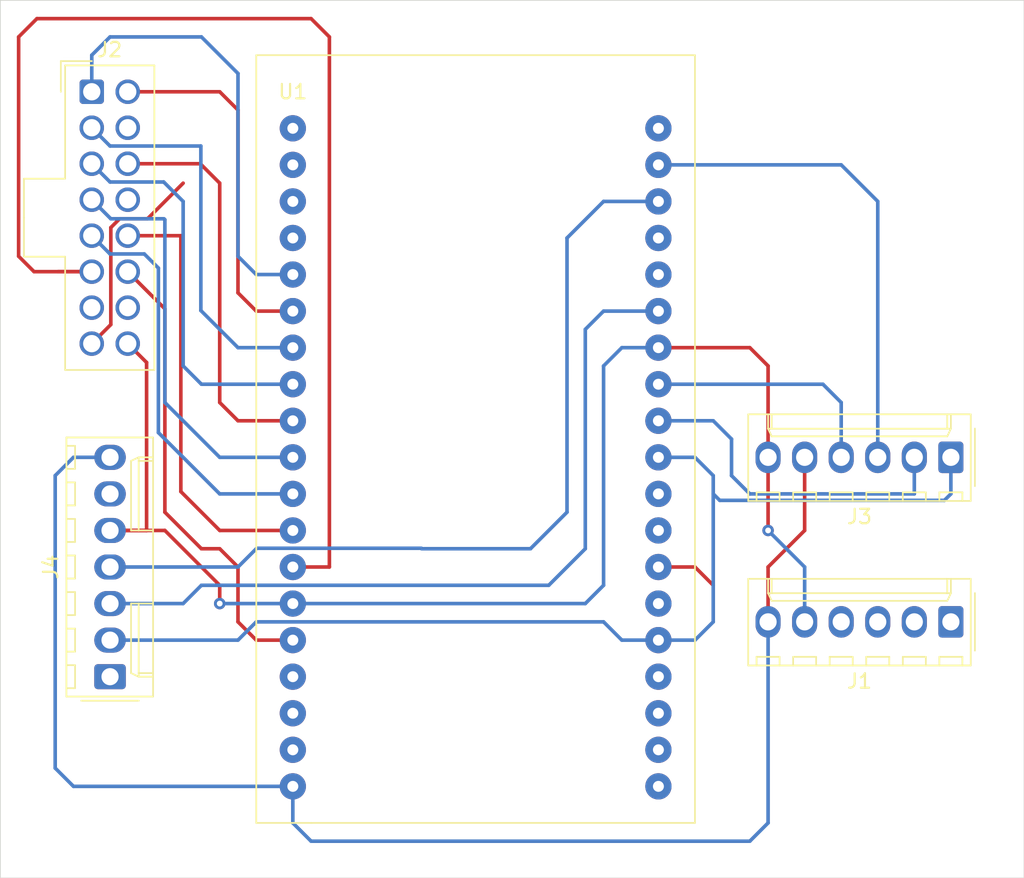
<source format=kicad_pcb>
(kicad_pcb (version 20201002) (generator pcbnew)

  (general
    (thickness 1.6)
  )

  (paper "A4")
  (layers
    (0 "F.Cu" signal)
    (31 "B.Cu" signal)
    (32 "B.Adhes" user "B.Adhesive")
    (33 "F.Adhes" user "F.Adhesive")
    (34 "B.Paste" user)
    (35 "F.Paste" user)
    (36 "B.SilkS" user "B.Silkscreen")
    (37 "F.SilkS" user "F.Silkscreen")
    (38 "B.Mask" user)
    (39 "F.Mask" user)
    (40 "Dwgs.User" user "User.Drawings")
    (41 "Cmts.User" user "User.Comments")
    (42 "Eco1.User" user "User.Eco1")
    (43 "Eco2.User" user "User.Eco2")
    (44 "Edge.Cuts" user)
    (45 "Margin" user)
    (46 "B.CrtYd" user "B.Courtyard")
    (47 "F.CrtYd" user "F.Courtyard")
    (48 "B.Fab" user)
    (49 "F.Fab" user)
  )

  (setup
    (pcbplotparams
      (layerselection 0x00010fc_ffffffff)
      (disableapertmacros false)
      (usegerberextensions false)
      (usegerberattributes true)
      (usegerberadvancedattributes true)
      (creategerberjobfile true)
      (svguseinch false)
      (svgprecision 6)
      (excludeedgelayer true)
      (plotframeref false)
      (viasonmask false)
      (mode 1)
      (useauxorigin false)
      (hpglpennumber 1)
      (hpglpenspeed 20)
      (hpglpendiameter 15.000000)
      (psnegative false)
      (psa4output false)
      (plotreference true)
      (plotvalue true)
      (plotinvisibletext false)
      (sketchpadsonfab false)
      (subtractmaskfromsilk false)
      (outputformat 1)
      (mirror false)
      (drillshape 1)
      (scaleselection 1)
      (outputdirectory "")
    )
  )


  (net 0 "")
  (net 1 "5V")
  (net 2 "GND")
  (net 3 "G1")
  (net 4 "G2")
  (net 5 "B")
  (net 6 "d")
  (net 7 "STB")
  (net 8 "OE")
  (net 9 "CLK")
  (net 10 "C")
  (net 11 "A")
  (net 12 "B2")
  (net 13 "R2")
  (net 14 "B1")
  (net 15 "R1")
  (net 16 "MISO")
  (net 17 "MOSI")
  (net 18 "SCK")
  (net 19 "CS")
  (net 20 "SCL")
  (net 21 "SDA")

  (module "Connector_Molex:Molex_KK-254_AE-6410-06A_1x06_P2.54mm_Vertical" (layer "F.Cu") (tedit 5EA53D3B) (tstamp 00000000-0000-0000-0000-00005fa5d55d)
    (at 218.44 132.08 180)
    (descr "Molex KK-254 Interconnect System, old/engineering part number: AE-6410-06A example for new part number: 22-27-2061, 6 Pins (http://www.molex.com/pdm_docs/sd/022272021_sd.pdf), generated with kicad-footprint-generator")
    (tags "connector Molex KK-254 vertical")
    (property "Sheet file" "E:/2020/FREELAUNCER/Fiverr/rgb display/RGB PANNEL/RGB PANNEL.sch")
    (property "Sheet name" "")
    (path "/00000000-0000-0000-0000-00005fa59346")
    (attr through_hole)
    (fp_text reference "J1" (at 6.35 -4.12) (layer "F.SilkS")
      (effects (font (size 1 1) (thickness 0.15)))
      (tstamp aca2acbf-0e83-424c-bec5-3310e74c975f)
    )
    (fp_text value "Conn_01x06" (at 6.35 4.08) (layer "F.Fab")
      (effects (font (size 1 1) (thickness 0.15)))
      (tstamp 894cfa8b-6680-4d45-ae3c-9b8d52f6e8e2)
    )
    (fp_text user "${REFERENCE}" (at 6.35 -2.22) (layer "F.Fab")
      (effects (font (size 1 1) (thickness 0.15)))
      (tstamp 2476bf6a-9cba-42d2-a80f-ebb4f408d80c)
    )
    (fp_line (start 13.5 -2.43) (end 13.5 -3.03) (layer "F.SilkS") (width 0.12) (tstamp 079d8bfe-33af-4669-926f-0669c0292b92))
    (fp_line (start 10.96 -2.43) (end 10.96 -3.03) (layer "F.SilkS") (width 0.12) (tstamp 0dc47481-6d59-4d58-bf4a-ba3fdbd8041f))
    (fp_line (start 0 1.99) (end 0.25 1.46) (layer "F.SilkS") (width 0.12) (tstamp 0f87c674-75ce-432e-99f8-f3e5944f08b4))
    (fp_line (start 0.8 -2.43) (end 0.8 -3.03) (layer "F.SilkS") (width 0.12) (tstamp 1781b1de-3c42-4374-8998-38637807faa6))
    (fp_line (start -1.38 -3.03) (end -1.38 2.99) (layer "F.SilkS") (width 0.12) (tstamp 23e9a0b7-6bc2-4989-af4b-fec8d3ad6459))
    (fp_line (start 9.36 -2.43) (end 10.96 -2.43) (layer "F.SilkS") (width 0.12) (tstamp 2d1b5e9c-2fa6-4d1d-a9a0-e3c3c099100b))
    (fp_line (start 1.74 -2.43) (end 3.34 -2.43) (layer "F.SilkS") (width 0.12) (tstamp 32a0b907-e366-41a4-b1a5-67c158562cc4))
    (fp_line (start 11.9 -3.03) (end 11.9 -2.43) (layer "F.SilkS") (width 0.12) (tstamp 32b16931-4fde-4a1b-b9a9-bc54be68a86a))
    (fp_line (start -0.8 -3.03) (end -0.8 -2.43) (layer "F.SilkS") (width 0.12) (tstamp 35362fa4-320e-4500-9e86-2fa78c6b1aea))
    (fp_line (start 0.25 1.46) (end 12.45 1.46) (layer "F.SilkS") (width 0.12) (tstamp 37b51283-cb5c-4e04-a10d-985d8ce31db8))
    (fp_line (start 0 2.99) (end 0 1.99) (layer "F.SilkS") (width 0.12) (tstamp 3b41462d-9083-4e34-8a7f-2a3958b2eb45))
    (fp_line (start 0 1.99) (end 12.7 1.99) (layer "F.SilkS") (width 0.12) (tstamp 408dd790-5203-4a55-ae2e-25ed93bc330f))
    (fp_line (start 4.28 -3.03) (end 4.28 -2.43) (layer "F.SilkS") (width 0.12) (tstamp 40dec2e5-056b-4539-a3fe-9bed7b2d7c15))
    (fp_line (start 12.45 1.46) (end 12.7 1.99) (layer "F.SilkS") (width 0.12) (tstamp 4c97a0c1-b30a-4063-ab0e-6128ea7635b3))
    (fp_line (start -1.67 -2) (end -1.67 2) (layer "F.SilkS") (width 0.12) (tstamp 52c04e70-1b12-4c85-a757-d2e515debe7b))
    (fp_line (start 1.74 -3.03) (end 1.74 -2.43) (layer "F.SilkS") (width 0.12) (tstamp 8340f0fa-08dd-4b50-93f0-1828af4e8a3c))
    (fp_line (start 6.82 -2.43) (end 8.42 -2.43) (layer "F.SilkS") (width 0.12) (tstamp 8b71aff0-d633-4680-8ab6-7e18a6a959cf))
    (fp_line (start -0.8 -2.43) (end 0.8 -2.43) (layer "F.SilkS") (width 0.12) (tstamp 8d3c4061-fa5c-43d3-b6a4-eee2c44404f4))
    (fp_line (start 4.28 -2.43) (end 5.88 -2.43) (layer "F.SilkS") (width 0.12) (tstamp b8219576-557a-46ef-a31d-a06a45a5c60e))
    (fp_line (start 6.82 -3.03) (end 6.82 -2.43) (layer "F.SilkS") (width 0.12) (tstamp bd802b32-0b30-4c89-9e0e-94233eef05ed))
    (fp_line (start 8.42 -2.43) (end 8.42 -3.03) (layer "F.SilkS") (width 0.12) (tstamp be4755a6-ae84-4bd7-ba37-1fd56a5fe5ce))
    (fp_line (start 12.45 2.99) (end 12.45 1.99) (layer "F.SilkS") (width 0.12) (tstamp be5ce882-e8d0-4f72-9fd6-e7a9824959eb))
    (fp_line (start 12.7 1.99) (end 12.7 2.99) (layer "F.SilkS") (width 0.12) (tstamp c7e410d1-1e18-49fd-9bb1-271d22832ce5))
    (fp_line (start -1.38 2.99) (end 14.08 2.99) (layer "F.SilkS") (width 0.12) (tstamp cd2cf2e7-3dca-4eb7-bbfc-6fb57926b3ff))
    (fp_line (start 3.34 -2.43) (end 3.34 -3.03) (layer "F.SilkS") (width 0.12) (tstamp d0fbc921-dbe3-47ab-bd44-23da637495f2))
    (fp_line (start 0.25 2.99) (end 0.25 1.99) (layer "F.SilkS") (width 0.12) (tstamp d2ec88c5-b39b-44a7-b752-e57af7e7d452))
    (fp_line (start 11.9 -2.43) (end 13.5 -2.43) (layer "F.SilkS") (width 0.12) (tstamp d4933e0a-4ce2-4167-80cb-1e2f5bc54bdf))
    (fp_line (start 9.36 -3.03) (end 9.36 -2.43) (layer "F.SilkS") (width 0.12) (tstamp e817a214-ae96-400b-8e95-455a0363e12c))
    (fp_line (start 14.08 2.99) (end 14.08 -3.03) (layer "F.SilkS") (width 0.12) (tstamp f6e1ae1b-05ce-467e-a9e2-8c14ce8361c4))
    (fp_line (start 5.88 -2.43) (end 5.88 -3.03) (layer "F.SilkS") (width 0.12) (tstamp f9f2896e-6c14-46cb-8795-07ca6fb7455b))
    (fp_line (start 14.08 -3.03) (end -1.38 -3.03) (layer "F.SilkS") (width 0.12) (tstamp fa656ffa-ff5b-4912-9297-da94f67cdd31))
    (fp_line (start -1.77 3.38) (end 14.47 3.38) (layer "F.CrtYd") (width 0.05) (tstamp 457c4a8c-bcfa-4556-88ae-800c2ee16e7d))
    (fp_line (start 14.47 -3.42) (end -1.77 -3.42) (layer "F.CrtYd") (width 0.05) (tstamp 6977d547-5acd-466f-8b8e-d60238b1cfae))
    (fp_line (start -1.77 -3.42) (end -1.77 3.38) (layer "F.CrtYd") (width 0.05) (tstamp aeb802ac-f07b-4534-9567-eb91068b1126))
    (fp_line (start 14.47 3.38) (end 14.47 -3.42) (layer "F.CrtYd") (width 0.05) (tstamp f41e2489-e4b9-4192-a94d-8a3d79b6f4c0))
    (fp_line (start -1.27 -0.5) (end -0.562893 0) (layer "F.Fab") (width 0.1) (tstamp 0636f47c-c270-45dd-88f7-bd086f91e47b))
    (fp_line (start 13.97 2.88) (end 13.97 -2.92) (layer "F.Fab") (width 0.1) (tstamp 70fcbb85-233b-42bf-95df-e76096e7bdd4))
    (fp_line (start 13.97 -2.92) (end -1.27 -2.92) (layer "F.Fab") (width 0.1) (tstamp 77ca43f5-c185-4cd5-bda8-316c102ad120))
    (fp_line (start -0.562893 0) (end -1.27 0.5) (layer "F.Fab") (width 0.1) (tstamp d14ced73-a3ac-4eb6-b8f1-5a6d97e3a35e))
    (fp_line (start -1.27 -2.92) (end -1.27 2.88) (layer "F.Fab") (width 0.1) (tstamp d34c65d0-c9a0-4a72-8a51-63f102350379))
    (fp_line (start -1.27 2.88) (end 13.97 2.88) (layer "F.Fab") (width 0.1) (tstamp f4c02486-d5e7-425b-9605-8abca5834cb4))
    (pad "1" thru_hole roundrect (at 0 0 180) (size 1.74 2.19) (drill 1.19) (layers *.Cu *.Mask) (roundrect_rratio 0.143678)
      (pinfunction "Pin_1") (tstamp 27617e30-6ef2-4bc4-80f7-6433fdd0df92))
    (pad "2" thru_hole oval (at 2.54 0 180) (size 1.74 2.19) (drill 1.19) (layers *.Cu *.Mask)
      (pinfunction "Pin_2") (tstamp 3c079bff-f0c5-4050-8234-eb3c5fd8bc14))
    (pad "3" thru_hole oval (at 5.08 0 180) (size 1.74 2.19) (drill 1.19) (layers *.Cu *.Mask)
      (pinfunction "Pin_3") (tstamp b3f45bd7-86cc-4fe0-bcf9-de42c69273ed))
    (pad "4" thru_hole oval (at 7.62 0 180) (size 1.74 2.19) (drill 1.19) (layers *.Cu *.Mask)
      (pinfunction "Pin_4") (tstamp 872e3b74-1902-452b-a8b9-f8780f56d833))
    (pad "5" thru_hole oval (at 10.16 0 180) (size 1.74 2.19) (drill 1.19) (layers *.Cu *.Mask)
      (net 2 "GND") (pinfunction "Pin_5") (tstamp 09f231aa-ed2f-496c-bda7-79f376ed2fed))
    (pad "6" thru_hole oval (at 12.7 0 180) (size 1.74 2.19) (drill 1.19) (layers *.Cu *.Mask)
      (net 1 "5V") (pinfunction "Pin_6") (tstamp 7a1e46a3-e7b4-40e2-bd1c-663dfc22755c))
    (model "${KISYS3DMOD}/Connector_Molex.3dshapes/Molex_KK-254_AE-6410-06A_1x06_P2.54mm_Vertical.wrl"
      (offset (xyz 0 0 0))
      (scale (xyz 1 1 1))
      (rotate (xyz 0 0 0))
    )
  )

  (module "Connector_Molex:Molex_Nano-Fit_105310-xx16_2x08_P2.50mm_Vertical" (layer "F.Cu") (tedit 5FA579FA) (tstamp 00000000-0000-0000-0000-00005fa5d599)
    (at 158.75 95.25)
    (descr "Molex Nano-Fit Power Connectors, 105310-xx16, 8 Pins per row (http://www.molex.com/pdm_docs/sd/1053101208_sd.pdf), generated with kicad-footprint-generator")
    (tags "connector Molex Nano-Fit side entry")
    (property "Sheet file" "E:/2020/FREELAUNCER/Fiverr/rgb display/RGB PANNEL/RGB PANNEL.sch")
    (property "Sheet name" "")
    (path "/00000000-0000-0000-0000-00005fa3aa0f")
    (attr through_hole)
    (fp_text reference "J2" (at 1.25 -2.92) (layer "F.SilkS")
      (effects (font (size 1 1) (thickness 0.15)))
      (tstamp f352a4a7-c6ea-4532-8b52-28b599d4259f)
    )
    (fp_text value "DISPLAY MODULE" (at 1.25 20.42) (layer "F.Fab")
      (effects (font (size 1 1) (thickness 0.15)))
      (tstamp 47daa9cb-3325-493b-8a17-f3b359b2cc6a)
    )
    (fp_text user "${REFERENCE}" (at 3.54 8.75 90) (layer "F.Fab")
      (effects (font (size 1 1) (thickness 0.15)))
      (tstamp 39c37fa5-afd9-4842-87b1-c08b273a1140)
    )
    (fp_line (start 4.35 8.75) (end 4.35 -1.83) (layer "F.SilkS") (width 0.12) (tstamp 0270e5c7-6a10-4cfe-848b-56d218164aad))
    (fp_line (start -1.85 -1.83) (end -1.85 6.04) (layer "F.SilkS") (width 0.12) (tstamp 0bc7b47a-8477-4363-b1c8-394dd7866bfc))
    (fp_line (start 4.35 -1.83) (end -1.85 -1.83) (layer "F.SilkS") (width 0.12) (tstamp 187e81c7-a2e0-4edf-a1bc-2dd3b3f12a6e))
    (fp_line (start -1.85 19.33) (end -1.85 11.46) (layer "F.SilkS") (width 0.12) (tstamp 31db1677-2df0-4ef7-9f96-ddabd40ee34b))
    (fp_line (start 4.35 19.33) (end -1.85 19.33) (layer "F.SilkS") (width 0.12) (tstamp 33a2ca87-10e7-4d56-b210-b5e338d1f650))
    (fp_line (start -4.71 6.04) (end -4.71 8.75) (layer "F.SilkS") (width 0.12) (tstamp 33b76c17-6bad-442c-85bf-8710167db1b8))
    (fp_line (start -1.85 11.46) (end -4.71 11.46) (layer "F.SilkS") (width 0.12) (tstamp 354468ff-01e8-49e0-a753-c1c201f3291d))
    (fp_line (start -4.71 11.46) (end -4.71 8.75) (layer "F.SilkS") (width 0.12) (tstamp 50295963-9570-46ff-bd45-77e81d1d2813))
    (fp_line (start -1.85 6.04) (end -4.71 6.04) (layer "F.SilkS") (width 0.12) (tstamp 6d70c109-ee71-435d-9069-c5e355d64e56))
    (fp_line (start -2.15 -2.13) (end -2.15 0) (layer "F.SilkS") (width 0.12) (tstamp 7f99906c-7adc-4e66-9ee2-cc926289d004))
    (fp_line (start 4.35 8.75) (end 4.35 19.33) (layer "F.SilkS") (width 0.12) (tstamp 9e4b8b14-3223-444a-a64b-67bfae7a474f))
    (fp_line (start 0 -2.13) (end -2.15 -2.13) (layer "F.SilkS") (width 0.12) (tstamp cd5ba25b-dbd6-4d04-aae3-fd3be660121f))
    (fp_line (start 4.74 8.75) (end 4.74 -2.22) (layer "F.CrtYd") (width 0.05) (tstamp 07530585-dd46-4999-88cf-f25dc39d33d7))
    (fp_line (start -2.24 11.85) (end -5.1 11.85) (layer "F.CrtYd") (width 0.05) (tstamp 22ea922f-5637-424e-a59b-f83d3a0a756a))
    (fp_line (start -5.1 11.85) (end -5.1 8.75) (layer "F.CrtYd") (width 0.05) (tstamp 3ed08054-0ed6-44d7-bb50-9bb0927cdfa8))
    (fp_line (start -2.24 5.65) (end -5.1 5.65) (layer "F.CrtYd") (width 0.05) (tstamp 6ab4d569-6152-4719-944d-16da38e1cf02))
    (fp_line (start 4.74 -2.22) (end -2.24 -2.22) (layer "F.CrtYd") (width 0.05) (tstamp 748c756c-4c0c-4826-8a86-317ecef2fa80))
    (fp_line (start 4.74 19.72) (end -2.24 19.72) (layer "F.CrtYd") (width 0.05) (tstamp 817f6cd5-5663-4e9b-b21b-98b1eb632fd2))
    (fp_line (start 4.74 8.75) (end 4.74 19.72) (layer "F.CrtYd") (width 0.05) (tstamp 97f0ccba-eec6-4b00-a086-3892bb5610d4))
    (fp_line (start -2.24 -2.22) (end -2.24 5.65) (layer "F.CrtYd") (width 0.05) (tstamp b126f02e-36e2-427a-ae6a-fbfa23e3a398))
    (fp_line (start -2.24 19.72) (end -2.24 11.85) (layer "F.CrtYd") (width 0.05) (tstamp db77f520-9309-42df-94de-dad6c935171a))
    (fp_line (start -5.1 5.65) (end -5.1 8.75) (layer "F.CrtYd") (width 0.05) (tstamp ff346766-2015-4a3c-b3b4-15b91fed2cd0))
    (fp_line (start -1.74 6.15) (end -4.6 6.15) (layer "F.Fab") (width 0.1) (tstamp 073171c8-ea13-4eaa-b79a-4809b7331df3))
    (fp_line (start -4.1 10.85) (end -2.02 10.85) (layer "F.Fab") (width 0.1) (tstamp 35a162fe-f0a2-4ca9-a5ec-9a54144dae26))
    (fp_line (start -0.5 -1.72) (end 0 -1.012893) (layer "F.Fab") (width 0.1) (tstamp 4d139b2f-302d-4f3f-86a9-5b672b418a0a))
    (fp_line (start -1.74 11.35) (end -4.6 11.35) (layer "F.Fab") (width 0.1) (tstamp 5629927f-3926-46cc-8ca2-69224a6953ff))
    (fp_line (start 0 -1.012893) (end 0.5 -1.72) (layer "F.Fab") (width 0.1) (tstamp 5c3be864-9163-4f59-a35a-48beea05ff37))
    (fp_line (start -2.02 10.85) (end -2.02 6.65) (layer "F.Fab") (width 0.1) (tstamp 6f961139-5918-43a7-a510-759c3cb0286f))
    (fp_line (start -4.6 11.35) (end -4.6 8.75) (layer "F.Fab") (width 0.1) (tstamp 6fd3a833-b084-44d1-99fa-70691217660a))
    (fp_line (start -2.02 6.65) (end -4.1 6.65) (layer "F.Fab") (width 0.1) (tstamp b38fe294-a62f-479b-bc66-35aa3067b945))
    (fp_line (start 4.24 19.22) (end -1.74 19.22) (layer "F.Fab") (width 0.1) (tstamp d36257cb-e87e-4d6c-bd67-eeb9b4265d26))
    (fp_line (start -1.74 -1.72) (end -1.74 6.15) (layer "F.Fab") (width 0.1) (tstamp dd51e4c1-f8bc-488d-a370-adc119a66d41))
    (fp_line (start 4.24 8.75) (end 4.24 19.22) (layer "F.Fab") (width 0.1) (tstamp e43d3fe9-58d2-4ca4-a5ff-f670ab38f9c1))
    (fp_line (start 4.24 8.75) (end 4.24 -1.72) (layer "F.Fab") (width 0.1) (tstamp e5d9c7a7-fe63-436f-91d6-bfd56416a504))
    (fp_line (start 4.24 -1.72) (end -1.74 -1.72) (layer "F.Fab") (width 0.1) (tstamp ebf5f6bf-5ad1-490d-9d8f-0a77b010c8f9))
    (fp_line (start -1.74 19.22) (end -1.74 11.35) (layer "F.Fab") (width 0.1) (tstamp ec88c763-3ad2-4944-ad25-54ea60bd4fa7))
    (fp_line (start -4.6 6.15) (end -4.6 8.75) (layer "F.Fab") (width 0.1) (tstamp f2708427-6fe9-496f-9cdf-8b8dea0d137f))
    (fp_line (start -4.1 6.65) (end -4.1 10.85) (layer "F.Fab") (width 0.1) (tstamp fe4bad2c-cd41-402f-8ba9-1cd127098d90))
    (pad "" np_thru_hole circle (at -1.34 8.75) (size 1.3 1.3) (drill 1.3) (layers *.Cu *.Mask) (tstamp ee105654-6fe7-483d-9fee-9610c2697ddf))
    (pad "1" thru_hole roundrect (at 0 0) (size 1.7 1.7) (drill 1.2) (layers *.Cu *.Mask) (roundrect_rratio 0.147059)
      (net 15 "R1") (pinfunction "Pin_1") (tstamp 22515d15-ecaf-4505-a80b-27e89510dbd6))
    (pad "2" thru_hole circle (at 0 2.5) (size 1.7 1.7) (drill 1.2) (layers *.Cu *.Mask)
      (net 14 "B1") (pinfunction "Pin_2") (tstamp 55f5cd30-26c7-4f8e-b731-53b5bc6972f7))
    (pad "3" thru_hole circle (at 0 5) (size 1.7 1.7) (drill 1.2) (layers *.Cu *.Mask)
      (net 13 "R2") (pinfunction "Pin_3") (tstamp 649f3cc4-c2a0-4d82-b679-24e5aa1dc0b0))
    (pad "4" thru_hole circle (at 0 7.5) (size 1.7 1.7) (drill 1.2) (layers *.Cu *.Mask)
      (net 12 "B2") (pinfunction "Pin_4") (tstamp 40f590ac-a4ed-4b5e-a311-f4a6b8d18800))
    (pad "5" thru_hole circle (at 0 10) (size 1.7 1.7) (drill 1.2) (layers *.Cu *.Mask)
      (net 11 "A") (pinfunction "Pin_5") (tstamp 771dd9c0-41d4-4982-b0a2-e9a71b31e468))
    (pad "6" thru_hole circle (at 0 12.5) (size 1.7 1.7) (drill 1.2) (layers *.Cu *.Mask)
      (net 10 "C") (pinfunction "Pin_6") (tstamp 979289a8-0618-488a-9deb-b773dd5d87e9))
    (pad "7" thru_hole circle (at 0 15) (size 1.7 1.7) (drill 1.2) (layers *.Cu *.Mask)
      (net 9 "CLK") (pinfunction "Pin_7") (tstamp e3924404-a6b1-4470-aade-9265680961e9))
    (pad "8" thru_hole circle (at 0 17.5) (size 1.7 1.7) (drill 1.2) (layers *.Cu *.Mask)
      (net 8 "OE") (pinfunction "Pin_8") (tstamp eb6b1a02-a2c1-4131-a8f9-3ccf9b8d84a6))
    (pad "9" thru_hole circle (at 2.5 17.5) (size 1.7 1.7) (drill 1.2) (layers *.Cu *.Mask)
      (net 2 "GND") (pinfunction "Pin_9") (tstamp db08df9c-fa43-48bc-9c66-cefa98061026))
    (pad "10" thru_hole circle (at 2.5 15) (size 1.7 1.7) (drill 1.2) (layers *.Cu *.Mask)
      (net 7 "STB") (pinfunction "Pin_10") (tstamp 407a9185-0398-4a07-9582-249073e52f4d))
    (pad "11" thru_hole circle (at 2.5 12.5) (size 1.7 1.7) (drill 1.2) (layers *.Cu *.Mask)
      (net 6 "d") (pinfunction "Pin_11") (tstamp 73e7eb8e-3287-4a4d-8b59-83bf5f1619eb))
    (pad "12" thru_hole circle (at 2.5 10) (size 1.7 1.7) (drill 1.2) (layers *.Cu *.Mask)
      (net 5 "B") (pinfunction "Pin_12") (tstamp 479a26ef-d1bf-4c78-b6d3-5d5132834615))
    (pad "13" thru_hole circle (at 2.5 7.5) (size 1.7 1.7) (drill 1.2) (layers *.Cu *.Mask)
      (net 2 "GND") (pinfunction "Pin_13") (tstamp a4b6b0af-38d6-4b87-b836-ce7345d51f7f))
    (pad "14" thru_hole circle (at 2.5 5) (size 1.7 1.7) (drill 1.2) (layers *.Cu *.Mask)
      (net 4 "G2") (pinfunction "Pin_14") (tstamp 20796e5c-e480-4dff-b331-be4751b9f60a))
    (pad "15" thru_hole circle (at 2.5 2.5) (size 1.7 1.7) (drill 1.2) (layers *.Cu *.Mask)
      (net 2 "GND") (pinfunction "Pin_15") (tstamp 6505fcf0-03bd-4d15-aeb9-20143ca92597))
    (pad "16" thru_hole circle (at 2.5 0) (size 1.7 1.7) (drill 1.2) (layers *.Cu *.Mask)
      (net 3 "G1") (pinfunction "Pin_16") (tstamp 7299e1e7-def0-4316-b69c-7a9099b42736))
    (model "${KISYS3DMOD}/Connector_Molex.3dshapes/Molex_Nano-Fit_105310-xx16_2x08_P2.50mm_Vertical.wrl"
      (offset (xyz 0 0 0))
      (scale (xyz 1 1 1))
      (rotate (xyz 0 0 0))
    )
  )

  (module "Connector_Molex:Molex_KK-254_AE-6410-06A_1x06_P2.54mm_Vertical" (layer "F.Cu") (tedit 5EA53D3B) (tstamp 00000000-0000-0000-0000-00005fa5d5cd)
    (at 218.44 120.65 180)
    (descr "Molex KK-254 Interconnect System, old/engineering part number: AE-6410-06A example for new part number: 22-27-2061, 6 Pins (http://www.molex.com/pdm_docs/sd/022272021_sd.pdf), generated with kicad-footprint-generator")
    (tags "connector Molex KK-254 vertical")
    (property "Sheet file" "E:/2020/FREELAUNCER/Fiverr/rgb display/RGB PANNEL/RGB PANNEL.sch")
    (property "Sheet name" "")
    (path "/00000000-0000-0000-0000-00005fa39c25")
    (attr through_hole)
    (fp_text reference "J3" (at 6.35 -4.12) (layer "F.SilkS")
      (effects (font (size 1 1) (thickness 0.15)))
      (tstamp ce67a1c8-733e-4f16-8bec-2738aee8e891)
    )
    (fp_text value "SD CARD MODULE" (at 6.35 4.08) (layer "F.Fab")
      (effects (font (size 1 1) (thickness 0.15)))
      (tstamp 4f619485-7b7b-4f8d-adc9-937ec4930bae)
    )
    (fp_text user "${REFERENCE}" (at 6.35 -2.22) (layer "F.Fab")
      (effects (font (size 1 1) (thickness 0.15)))
      (tstamp d712793d-909b-42c5-827a-d2255d29ac1c)
    )
    (fp_line (start 5.88 -2.43) (end 5.88 -3.03) (layer "F.SilkS") (width 0.12) (tstamp 08175f32-a68d-4f39-830e-891f62424301))
    (fp_line (start 11.9 -3.03) (end 11.9 -2.43) (layer "F.SilkS") (width 0.12) (tstamp 1a82a47b-9a2b-4635-8f3a-fad47965d78b))
    (fp_line (start 4.28 -3.03) (end 4.28 -2.43) (layer "F.SilkS") (width 0.12) (tstamp 282467cc-43bf-411d-90a6-19da08b115a5))
    (fp_line (start 6.82 -2.43) (end 8.42 -2.43) (layer "F.SilkS") (width 0.12) (tstamp 2a940962-e70c-4f63-b573-b80d6f137781))
    (fp_line (start 6.82 -3.03) (end 6.82 -2.43) (layer "F.SilkS") (width 0.12) (tstamp 2cacf2ab-8396-4abf-9c33-11e64be6e2bf))
    (fp_line (start 0 1.99) (end 12.7 1.99) (layer "F.SilkS") (width 0.12) (tstamp 315c900e-fa31-448f-bd7d-35205fd46e7d))
    (fp_line (start 14.08 2.99) (end 14.08 -3.03) (layer "F.SilkS") (width 0.12) (tstamp 3543c83e-90f5-47f7-a1b4-28ee5909b930))
    (fp_line (start 12.7 1.99) (end 12.7 2.99) (layer "F.SilkS") (width 0.12) (tstamp 439e604f-62cc-4d5b-8a5d-a62b77186ed8))
    (fp_line (start -1.38 -3.03) (end -1.38 2.99) (layer "F.SilkS") (width 0.12) (tstamp 4e738982-8ae5-46e2-ac2b-7594d9d43935))
    (fp_line (start 13.5 -2.43) (end 13.5 -3.03) (layer "F.SilkS") (width 0.12) (tstamp 512b4784-5c76-411a-845e-2d3e6a544391))
    (fp_line (start -1.38 2.99) (end 14.08 2.99) (layer "F.SilkS") (width 0.12) (tstamp 553244c0-168e-4c9e-8750-8e88754e04d9))
    (fp_line (start 0 2.99) (end 0 1.99) (layer "F.SilkS") (width 0.12) (tstamp 5f4494cc-1ed5-4fa9-80ec-a0e0462c6e78))
    (fp_line (start 1.74 -2.43) (end 3.34 -2.43) (layer "F.SilkS") (width 0.12) (tstamp 6226015f-97b2-4129-9738-1906281cbe8d))
    (fp_line (start 10.96 -2.43) (end 10.96 -3.03) (layer "F.SilkS") (width 0.12) (tstamp 6a3609f7-8247-4ba7-bfff-6914b163ad86))
    (fp_line (start 12.45 1.46) (end 12.7 1.99) (layer "F.SilkS") (width 0.12) (tstamp 7170b6d6-df67-462f-9352-9a62c06078bf))
    (fp_line (start 0.25 2.99) (end 0.25 1.99) (layer "F.SilkS") (width 0.12) (tstamp 739825a0-7284-4ec1-a054-d53465b75a15))
    (fp_line (start 0.8 -2.43) (end 0.8 -3.03) (layer "F.SilkS") (width 0.12) (tstamp 7485c0a8-6338-420d-85e6-0733cd88b514))
    (fp_line (start 4.28 -2.43) (end 5.88 -2.43) (layer "F.SilkS") (width 0.12) (tstamp 82cbbd4d-6717-4f4f-b816-77e61f4fe524))
    (fp_line (start 11.9 -2.43) (end 13.5 -2.43) (layer "F.SilkS") (width 0.12) (tstamp 8924e377-7108-47d8-8d0a-ad6d3d3329cf))
    (fp_line (start -0.8 -3.03) (end -0.8 -2.43) (layer "F.SilkS") (width 0.12) (tstamp 96412db9-d9ab-4c64-a086-2fc3b0435bb7))
    (fp_line (start -1.67 -2) (end -1.67 2) (layer "F.SilkS") (width 0.12) (tstamp ab8d6673-f35e-48c9-8f8e-213b6da1eddd))
    (fp_line (start 0 1.99) (end 0.25 1.46) (layer "F.SilkS") (width 0.12) (tstamp af8ea0ee-e401-4206-9366-cf6d9d14f80c))
    (fp_line (start 3.34 -2.43) (end 3.34 -3.03) (layer "F.SilkS") (width 0.12) (tstamp b2e5239b-08c8-480b-9cb2-3c3aae0e9d0e))
    (fp_line (start 0.25 1.46) (end 12.45 1.46) (layer "F.SilkS") (width 0.12) (tstamp c0da67b6-73d0-4d41-8544-1504fdb59589))
    (fp_line (start 12.45 2.99) (end 12.45 1.99) (layer "F.SilkS") (width 0.12) (tstamp c549cfb5-e56f-4334-b0a2-590b939175a2))
    (fp_line (start 9.36 -3.03) (end 9.36 -2.43) (layer "F.SilkS") (width 0.12) (tstamp c55c52ac-c51e-464a-8021-b798fe765158))
    (fp_line (start -0.8 -2.43) (end 0.8 -2.43) (layer "F.SilkS") (width 0.12) (tstamp ccc7d490-98f1-45b2-993d-64bcb9089329))
    (fp_line (start 1.74 -3.03) (end 1.74 -2.43) (layer "F.SilkS") (width 0.12) (tstamp d556933d-07bb-4d92-8923-bdf5c25ac3a0))
    (fp_line (start 8.42 -2.43) (end 8.42 -3.03) (layer "F.SilkS") (width 0.12) (tstamp e7a96bef-fe00-4b57-bb65-901bdf50a63f))
    (fp_line (start 9.36 -2.43) (end 10.96 -2.43) (layer "F.SilkS") (width 0.12) (tstamp f1c40e84-3299-4ada-beab-ef9c5d915a8f))
    (fp_line (start 14.08 -3.03) (end -1.38 -3.03) (layer "F.SilkS") (width 0.12) (tstamp f512a489-3dc4-461e-a0be-1d0f0ca27a69))
    (fp_line (start 14.47 3.38) (end 14.47 -3.42) (layer "F.CrtYd") (width 0.05) (tstamp 90291436-5ba7-4008-a237-894bbcb5dd6f))
    (fp_line (start -1.77 3.38) (end 14.47 3.38) (layer "F.CrtYd") (width 0.05) (tstamp b2787931-e975-4571-878e-a4cc96f8e643))
    (fp_line (start 14.47 -3.42) (end -1.77 -3.42) (layer "F.CrtYd") (width 0.05) (tstamp c7091598-0cc3-4c46-9ed7-9087bc206cba))
    (fp_line (start -1.77 -3.42) (end -1.77 3.38) (layer "F.CrtYd") (width 0.05) (tstamp d1293822-bb33-4971-9b11-8266e13a662f))
    (fp_line (start 13.97 2.88) (end 13.97 -2.92) (layer "F.Fab") (width 0.1) (tstamp 0b073c8b-5619-4cf2-bced-32e37a3b02e9))
    (fp_line (start -1.27 -0.5) (end -0.562893 0) (layer "F.Fab") (width 0.1) (tstamp 31d47605-e6a0-4d7e-a0cc-7d21dadea072))
    (fp_line (start -1.27 2.88) (end 13.97 2.88) (layer "F.Fab") (width 0.1) (tstamp 4ad3293c-90eb-4c72-93f1-91dceb2691df))
    (fp_line (start -1.27 -2.92) (end -1.27 2.88) (layer "F.Fab") (width 0.1) (tstamp c39698ab-efc2-49da-b1e8-0515a87294a7))
    (fp_line (start -0.562893 0) (end -1.27 0.5) (layer "F.Fab") (width 0.1) (tstamp c66cc6b6-67c8-446d-9360-351b2634efe8))
    (fp_line (start 13.97 -2.92) (end -1.27 -2.92) (layer "F.Fab") (width 0.1) (tstamp ce8c0ecc-d42b-4ffe-8d66-39e640082385))
    (pad "1" thru_hole roundrect (at 0 0 180) (size 1.74 2.19) (drill 1.19) (layers *.Cu *.Mask) (roundrect_rratio 0.143678)
      (net 19 "CS") (pinfunction "Pin_1") (tstamp 709e27b1-83c5-4c74-998c-b35d0b53f1cd))
    (pad "2" thru_hole oval (at 2.54 0 180) (size 1.74 2.19) (drill 1.19) (layers *.Cu *.Mask)
      (net 18 "SCK") (pinfunction "Pin_2") (tstamp 5bd265df-ff07-4059-94b7-a2b4d3ef8ed1))
    (pad "3" thru_hole oval (at 5.08 0 180) (size 1.74 2.19) (drill 1.19) (layers *.Cu *.Mask)
      (net 17 "MOSI") (pinfunction "Pin_3") (tstamp 8463a840-86ba-4b4d-b4ce-26081e1007ae))
    (pad "4" thru_hole oval (at 7.62 0 180) (size 1.74 2.19) (drill 1.19) (layers *.Cu *.Mask)
      (net 16 "MISO") (pinfunction "Pin_4") (tstamp 77bbc972-bb19-46ec-8676-f014a86fbba5))
    (pad "5" thru_hole oval (at 10.16 0 180) (size 1.74 2.19) (drill 1.19) (layers *.Cu *.Mask)
      (net 1 "5V") (pinfunction "Pin_5") (tstamp 0643feca-9c60-46d5-8778-b6a756cf60e5))
    (pad "6" thru_hole oval (at 12.7 0 180) (size 1.74 2.19) (drill 1.19) (layers *.Cu *.Mask)
      (net 2 "GND") (pinfunction "Pin_6") (tstamp 6fd76cdb-bcb9-40ec-a550-e42b98997cb2))
    (model "${KISYS3DMOD}/Connector_Molex.3dshapes/Molex_KK-254_AE-6410-06A_1x06_P2.54mm_Vertical.wrl"
      (offset (xyz 0 0 0))
      (scale (xyz 1 1 1))
      (rotate (xyz 0 0 0))
    )
  )

  (module "Connector_Molex:Molex_KK-254_AE-6410-07A_1x07_P2.54mm_Vertical" (layer "F.Cu") (tedit 5EA53D3B) (tstamp 00000000-0000-0000-0000-00005fa5d60b)
    (at 160.02 135.89 90)
    (descr "Molex KK-254 Interconnect System, old/engineering part number: AE-6410-07A example for new part number: 22-27-2071, 7 Pins (http://www.molex.com/pdm_docs/sd/022272021_sd.pdf), generated with kicad-footprint-generator")
    (tags "connector Molex KK-254 vertical")
    (property "Sheet file" "E:/2020/FREELAUNCER/Fiverr/rgb display/RGB PANNEL/RGB PANNEL.sch")
    (property "Sheet name" "")
    (path "/00000000-0000-0000-0000-00005fa52f9f")
    (attr through_hole)
    (fp_text reference "J4" (at 7.62 -4.12 90) (layer "F.SilkS")
      (effects (font (size 1 1) (thickness 0.15)))
      (tstamp da7adf9a-4330-4019-b081-d8395a24d1cd)
    )
    (fp_text value "LSM6DS3" (at 7.62 4.08 90) (layer "F.Fab")
      (effects (font (size 1 1) (thickness 0.15)))
      (tstamp 07d89e6c-cc02-4686-b786-dd6151bd482a)
    )
    (fp_text user "${REFERENCE}" (at 7.62 -2.22 90) (layer "F.Fab")
      (effects (font (size 1 1) (thickness 0.15)))
      (tstamp 3f3a34da-dd27-47ec-b861-892a10f0f874)
    )
    (fp_line (start 6.82 -2.43) (end 8.42 -2.43) (layer "F.SilkS") (width 0.12) (tstamp 012e6e7a-b318-451d-9a33-1179fa84fd8f))
    (fp_line (start 3.34 -2.43) (end 3.34 -3.03) (layer "F.SilkS") (width 0.12) (tstamp 056466b3-0b45-432c-9700-981bd09b6b02))
    (fp_line (start 5.08 1.46) (end 5.08 1.99) (layer "F.SilkS") (width 0.12) (tstamp 07642550-d61b-47b4-8170-f2d3db95c8b8))
    (fp_line (start 15.24 2.99) (end 15.24 1.99) (layer "F.SilkS") (width 0.12) (tstamp 0fcbdeb5-30cc-4ac5-9114-e043b3a94e8b))
    (fp_line (start 14.44 -2.43) (end 16.04 -2.43) (layer "F.SilkS") (width 0.12) (tstamp 1c23a3be-1c4b-41cb-abd8-bf912b82c90e))
    (fp_line (start 14.99 2.99) (end 14.99 1.99) (layer "F.SilkS") (width 0.12) (tstamp 2978ab69-58bd-4187-b462-228b986cc96b))
    (fp_line (start 8.42 -2.43) (end 8.42 -3.03) (layer "F.SilkS") (width 0.12) (tstamp 2e2987b2-4a93-45d9-ae15-b68f6cdbc58f))
    (fp_line (start 0 1.99) (end 5.08 1.99) (layer "F.SilkS") (width 0.12) (tstamp 31894205-0894-4dbc-9969-9d630ceb69fb))
    (fp_line (start 11.9 -2.43) (end 13.5 -2.43) (layer "F.SilkS") (width 0.12) (tstamp 3d312fe4-3dcc-4e7e-b739-0c146136d4da))
    (fp_line (start 10.16 1.46) (end 10.16 1.99) (layer "F.SilkS") (width 0.12) (tstamp 4038f744-0d29-4868-ab26-aeea041bcca6))
    (fp_line (start 1.74 -2.43) (end 3.34 -2.43) (layer "F.SilkS") (width 0.12) (tstamp 5ca8f64c-991c-4c10-926c-e64f987a0e26))
    (fp_line (start 10.96 -2.43) (end 10.96 -3.03) (layer "F.SilkS") (width 0.12) (tstamp 5ce48362-86ce-4bbb-aae7-4b9340b8a63c))
    (fp_line (start 9.36 -2.43) (end 10.96 -2.43) (layer "F.SilkS") (width 0.12) (tstamp 625488c4-0af6-411f-807d-6810860e2e0c))
    (fp_line (start 0 2.99) (end 0 1.99) (layer "F.SilkS") (width 0.12) (tstamp 69a8da45-aaaf-48ec-b8f1-3135d0518bf1))
    (fp_line (start 9.36 -3.03) (end 9.36 -2.43) (layer "F.SilkS") (width 0.12) (tstamp 6c711770-6a82-4bd2-93f9-f1cfc8158aad))
    (fp_line (start 0 1.99) (end 0.25 1.46) (layer "F.SilkS") (width 0.12) (tstamp 78535dd0-3f24-4a07-bbfc-d44295ffe888))
    (fp_line (start -1.38 -3.03) (end -1.38 2.99) (layer "F.SilkS") (width 0.12) (tstamp 7c15f7a3-a97e-4d6c-95d8-f7a396e0dfe1))
    (fp_line (start 0.25 2.99) (end 0.25 1.99) (layer "F.SilkS") (width 0.12) (tstamp 8ba9b1ea-49ce-4499-a31c-4f3f995c1aff))
    (fp_line (start 5.88 -2.43) (end 5.88 -3.03) (layer "F.SilkS") (width 0.12) (tstamp 934a8747-15eb-47f3-be7c-63f9f8c4e13b))
    (fp_line (start 0.8 -2.43) (end 0.8 -3.03) (layer "F.SilkS") (width 0.12) (tstamp 9e98acff-edbb-4d53-8f85-afc8d6817be0))
    (fp_line (start 16.62 -3.03) (end -1.38 -3.03) (layer "F.SilkS") (width 0.12) (tstamp a8d249e9-9671-42af-8d4b-4024e41d8580))
    (fp_line (start 10.16 1.99) (end 10.16 2.99) (layer "F.SilkS") (width 0.12) (tstamp b1fd254e-f04c-4c20-a94f-55c1b06e82bd))
    (fp_line (start 6.82 -3.03) (end 6.82 -2.43) (layer "F.SilkS") (width 0.12) (tstamp b3a32adc-68f9-4e3c-b4dc-5fb0e1dca504))
    (fp_line (start 4.28 -3.03) (end 4.28 -2.43) (layer "F.SilkS") (width 0.12) (tstamp b70ea44a-c2c4-4d20-8d00-d7b5b0276e21))
    (fp_line (start -1.67 -2) (end -1.67 2) (layer "F.SilkS") (width 0.12) (tstamp b99790d6-fb18-44e9-a4c7-8b07a84a813f))
    (fp_line (start 4.28 -2.43) (end 5.88 -2.43) (layer "F.SilkS") (width 0.12) (tstamp c0e74192-87b5-4123-853b-d25f742f2081))
    (fp_line (start -0.8 -2.43) (end 0.8 -2.43) (layer "F.SilkS") (width 0.12) (tstamp c5a0c427-ee15-4c87-9149-01747bf3c86c))
    (fp_line (start 14.44 -3.03) (end 14.44 -2.43) (layer "F.SilkS") (width 0.12) (tstamp cb20b17b-1bb2-4e23-baf3-abbf9615553c))
    (fp_line (start 16.62 2.99) (end 16.62 -3.03) (layer "F.SilkS") (width 0.12) (tstamp d08fb663-cc61-44fa-bfd8-25fcf11ace80))
    (fp_line (start 13.5 -2.43) (end 13.5 -3.03) (layer "F.SilkS") (width 0.12) (tstamp de765ad6-773e-4bd3-b949-b3b2b9f5c32d))
    (fp_line (start 16.04 -2.43) (end 16.04 -3.03) (layer "F.SilkS") (width 0.12) (tstamp e29e5415-5cce-4a76-ab04-ace2ea964387))
    (fp_line (start 14.99 1.46) (end 10.16 1.46) (layer "F.SilkS") (width 0.12) (tstamp e314b207-215b-4d02-bd67-b0fbcd5d2be2))
    (fp_line (start 0.25 1.46) (end 5.08 1.46) (layer "F.SilkS") (width 0.12) (tstamp e81598f1-890b-496e-928b-8f88c26cc8e0))
    (fp_line (start 5.08 1.99) (end 5.08 2.99) (layer "F.SilkS") (width 0.12) (tstamp ee71b523-85eb-4892-bbf6-1613b5f5978d))
    (fp_line (start 11.9 -3.03) (end 11.9 -2.43) (layer "F.SilkS") (width 0.12) (tstamp f0872a62-7a60-405b-9735-8ca5dfe504c5))
    (fp_line (start 15.24 1.99) (end 10.16 1.99) (layer "F.SilkS") (width 0.12) (tstamp f5fa7b81-d125-43b9-a852-7bacc265b715))
    (fp_line (start 15.24 1.99) (end 14.99 1.46) (layer "F.SilkS") (width 0.12) (tstamp f7ecd297-29ec-47c0-a0a4-5d6fcea3ad01))
    (fp_line (start 1.74 -3.03) (end 1.74 -2.43) (layer "F.SilkS") (width 0.12) (tstamp f9942069-5ba6-4784-be9b-35c2e94b5c50))
    (fp_line (start -1.38 2.99) (end 16.62 2.99) (layer "F.SilkS") (width 0.12) (tstamp fb6c5113-456f-4e57-81d5-f84ac35b15a9))
    (fp_line (start -0.8 -3.03) (end -0.8 -2.43) (layer "F.SilkS") (width 0.12) (tstamp fcc11da7-a251-44dd-a4de-058be2e5e0f1))
    (fp_line (start 17.01 -3.42) (end -1.77 -3.42) (layer "F.CrtYd") (width 0.05) (tstamp 46bb255b-66bc-4728-abda-5970be7d3ead))
    (fp_line (start -1.77 3.38) (end 17.01 3.38) (layer "F.CrtYd") (width 0.05) (tstamp 61976047-7fcf-4f50-8653-1e379e727f11))
    (fp_line (start 17.01 3.38) (end 17.01 -3.42) (layer "F.CrtYd") (width 0.05) (tstamp 675755d7-a4ea-469d-86b6-b3a4d8398b62))
    (fp_line (start -1.77 -3.42) (end -1.77 3.38) (layer "F.CrtYd") (width 0.05) (tstamp 9a4c3c7b-973b-4349-8caf-0cc2327a5d98))
    (fp_line (start -1.27 -2.92) (end -1.27 2.88) (layer "F.Fab") (width 0.1) (tstamp 262bd451-4dad-4f7e-95a0-1227e492f710))
    (fp_line (start 16.51 -2.92) (end -1.27 -2.92) (layer "F.Fab") (width 0.1) (tstamp 2b61472f-81b9-4cb4-bf7f-dc65d47422ba))
    (fp_line (start -1.27 2.88) (end 16.51 2.88) (layer "F.Fab") (width 0.1) (tstamp 34cb175a-6829-4f66-80c1-11ed12220b10))
    (fp_line (start -1.27 -0.5) (end -0.562893 0) (layer "F.Fab") (width 0.1) (tstamp 550bde5b-1d15-41e2-aab3-bf044b89bcf4))
    (fp_line (start 16.51 2.88) (end 16.51 -2.92) (layer "F.Fab") (width 0.1) (tstamp 64486911-bf6b-4d18-83f0-3391578d5943))
    (fp_line (start -0.562893 0) (end -1.27 0.5) (layer "F.Fab") (width 0.1) (tstamp bc74ad29-94c6-4ff7-b694-7c34a59e381c))
    (pad "1" thru_hole roundrect (at 0 0 90) (size 1.74 2.19) (drill 1.19) (layers *.Cu *.Mask) (roundrect_rratio 0.143678)
      (pinfunction "Pin_1") (tstamp 89faf22d-f74e-40dd-9910-bc926e29c45a))
    (pad "2" thru_hole oval (at 2.54 0 90) (size 1.74 2.19) (drill 1.19) (layers *.Cu *.Mask)
      (net 19 "CS") (pinfunction "Pin_2") (tstamp 13dececb-6cc1-48d8-b73f-47ae7a6bf2e2))
    (pad "3" thru_hole oval (at 5.08 0 90) (size 1.74 2.19) (drill 1.19) (layers *.Cu *.Mask)
      (net 21 "SDA") (pinfunction "Pin_3") (tstamp c4055856-ef6e-475e-a439-d82a951cc38f))
    (pad "4" thru_hole oval (at 7.62 0 90) (size 1.74 2.19) (drill 1.19) (layers *.Cu *.Mask)
      (net 20 "SCL") (pinfunction "Pin_4") (tstamp ae46cdb9-37a6-4629-be2a-e210900bc329))
    (pad "5" thru_hole oval (at 10.16 0 90) (size 1.74 2.19) (drill 1.19) (layers *.Cu *.Mask)
      (net 2 "GND") (pinfunction "Pin_5") (tstamp 1d85b42d-ff0b-43d5-910e-345a6cdf85a0))
    (pad "6" thru_hole oval (at 12.7 0 90) (size 1.74 2.19) (drill 1.19) (layers *.Cu *.Mask)
      (pinfunction "Pin_6") (tstamp 3dacc8c7-817e-4398-9fd1-bd6ba870bcf5))
    (pad "7" thru_hole oval (at 15.24 0 90) (size 1.74 2.19) (drill 1.19) (layers *.Cu *.Mask)
      (net 1 "5V") (pinfunction "Pin_7") (tstamp e5a0cddd-522b-455f-bcff-2fdf6cc8afad))
    (model "${KISYS3DMOD}/Connector_Molex.3dshapes/Molex_KK-254_AE-6410-07A_1x07_P2.54mm_Vertical.wrl"
      (offset (xyz 0 0 0))
      (scale (xyz 1 1 1))
      (rotate (xyz 0 0 0))
    )
  )

  (module "RGB:ESP" (layer "F.Cu") (tedit 5FA59A04) (tstamp 00000000-0000-0000-0000-00005fa5fb55)
    (at 172.72 97.79)
    (property "Sheet file" "E:/2020/FREELAUNCER/Fiverr/rgb display/RGB PANNEL/RGB PANNEL.sch")
    (property "Sheet name" "")
    (path "/00000000-0000-0000-0000-00005fa48cac")
    (attr through_hole)
    (fp_text reference "U1" (at 0 -2.54) (layer "F.SilkS")
      (effects (font (size 1 1) (thickness 0.15)))
      (tstamp 48a55937-c1ed-4821-9608-afb1794bb26a)
    )
    (fp_text value "ESP32S" (at 0 -3.81) (layer "F.Fab")
      (effects (font (size 1 1) (thickness 0.15)))
      (tstamp bb188410-9b71-4515-958e-845a2096b2a5)
    )
    (fp_line (start 27.94 48.26) (end 27.94 -5.08) (layer "F.SilkS") (width 0.12) (tstamp 0c34c4ec-5ca2-4abe-a417-dfc0a97151ec))
    (fp_line (start 27.94 -5.08) (end -2.54 -5.08) (layer "F.SilkS") (width 0.12) (tstamp 2890ebeb-d22f-4697-a12e-57db2c0343d6))
    (fp_line (start 1.27 48.26) (end 27.94 48.26) (layer "F.SilkS") (width 0.12) (tstamp 3f0f723b-821a-4500-b7f0-db866e8d6c62))
    (fp_line (start -2.54 48.26) (end 1.27 48.26) (layer "F.SilkS") (width 0.12) (tstamp 5ff73767-7d19-4559-9cce-6c30c28ad3a3))
    (fp_line (start -2.54 -5.08) (end -2.54 48.26) (layer "F.SilkS") (width 0.12) (tstamp 70332b6a-d3a1-425a-99fa-153224b9f162))
    (pad "1" thru_hole circle (at 0 0) (size 1.824 1.824) (drill 0.762) (layers *.Cu *.Mask)
      (pinfunction "3V3") (tstamp 86efc521-d73b-49bc-85d4-750aa3aa651a))
    (pad "2" thru_hole circle (at 0 2.54) (size 1.824 1.824) (drill 0.762) (layers *.Cu *.Mask)
      (pinfunction "EN") (tstamp 4c52db4e-88ed-4d91-863f-64553d3cc6d4))
    (pad "3" thru_hole circle (at 0 5.08) (size 1.824 1.824) (drill 0.762) (layers *.Cu *.Mask)
      (pinfunction "SP") (tstamp 400fbb25-4105-40a7-b6a8-5d363b80ce60))
    (pad "4" thru_hole circle (at 0 7.62) (size 1.824 1.824) (drill 0.762) (layers *.Cu *.Mask)
      (pinfunction "SN") (tstamp c9c37132-872e-4248-8f91-326f9ef0645e))
    (pad "5" thru_hole circle (at 0 10.16) (size 1.824 1.824) (drill 0.762) (layers *.Cu *.Mask)
      (net 15 "R1") (pinfunction "D34") (tstamp 86b9c32b-be79-40b8-b794-f95769db54da))
    (pad "6" thru_hole circle (at 0 12.7) (size 1.824 1.824) (drill 0.762) (layers *.Cu *.Mask)
      (net 3 "G1") (pinfunction "D35") (tstamp 52f65580-8fa2-482e-8085-009bc3c057fd))
    (pad "7" thru_hole circle (at 0 15.24) (size 1.824 1.824) (drill 0.762) (layers *.Cu *.Mask)
      (net 14 "B1") (pinfunction "D32") (tstamp 0d137a8e-259d-459e-a40c-fc177868bb58))
    (pad "8" thru_hole circle (at 0 17.78) (size 1.824 1.824) (drill 0.762) (layers *.Cu *.Mask)
      (net 13 "R2") (pinfunction "D33") (tstamp d3acc35b-740a-4848-b019-f82893b42c1b))
    (pad "9" thru_hole circle (at 0 20.32) (size 1.824 1.824) (drill 0.762) (layers *.Cu *.Mask)
      (net 4 "G2") (pinfunction "D25") (tstamp 88171919-b444-470e-a471-88f7efeccb03))
    (pad "10" thru_hole circle (at 0 22.86) (size 1.824 1.824) (drill 0.762) (layers *.Cu *.Mask)
      (net 12 "B2") (pinfunction "D26") (tstamp eeb1cdc8-f754-4a66-bade-c7987419832b))
    (pad "11" thru_hole circle (at 0 25.4) (size 1.824 1.824) (drill 0.762) (layers *.Cu *.Mask)
      (net 11 "A") (pinfunction "D27") (tstamp 8c514081-04a8-4736-9249-6391edda0ea1))
    (pad "12" thru_hole circle (at 0 27.94) (size 1.824 1.824) (drill 0.762) (layers *.Cu *.Mask)
      (net 5 "B") (pinfunction "D14") (tstamp 979ee58b-1f25-498a-86cf-44f3fa98f7c4))
    (pad "13" thru_hole circle (at 0 30.48) (size 1.824 1.824) (drill 0.762) (layers *.Cu *.Mask)
      (net 10 "C") (pinfunction "D12") (tstamp ea38cc6b-578d-456e-a505-06c974619f0b))
    (pad "14" thru_hole circle (at 0 33.02) (size 1.824 1.824) (drill 0.762) (layers *.Cu *.Mask)
      (net 2 "GND") (pinfunction "GND") (tstamp aadc1d00-2a9b-4f97-9dec-28a86cc2b39f))
    (pad "15" thru_hole circle (at 0 35.56) (size 1.824 1.824) (drill 0.762) (layers *.Cu *.Mask)
      (net 6 "d") (pinfunction "D13") (tstamp 1f56f4b0-0495-4632-a846-71c548d0f95f))
    (pad "16" thru_hole circle (at 0 38.1) (size 1.824 1.824) (drill 0.762) (layers *.Cu *.Mask)
      (pinfunction "SD2") (tstamp acc1ce84-6f3a-417d-99bf-29960c9640c4))
    (pad "17" thru_hole circle (at 0 40.64) (size 1.824 1.824) (drill 0.762) (layers *.Cu *.Mask)
      (pinfunction "SD3") (tstamp b1134df5-1eb6-4c30-81ab-e80d08b62e35))
    (pad "18" thru_hole circle (at 0 43.18) (size 1.824 1.824) (drill 0.762) (layers *.Cu *.Mask)
      (pinfunction "CMD") (tstamp 36f2b430-3205-476d-87e6-9071a8697267))
    (pad "19" thru_hole circle (at 0 45.72) (size 1.824 1.824) (drill 0.762) (layers *.Cu *.Mask)
      (net 1 "5V") (pinfunction "V5") (tstamp 8de226e1-7695-4876-9a3a-bf00412a34b4))
    (pad "20" thru_hole circle (at 25.4 45.72) (size 1.824 1.824) (drill 0.762) (layers *.Cu *.Mask)
      (pinfunction "CLK") (tstamp 73323acc-d233-41b5-a73e-3636bae0025b))
    (pad "21" thru_hole circle (at 25.4 43.18) (size 1.824 1.824) (drill 0.762) (layers *.Cu *.Mask)
      (pinfunction "SD0") (tstamp 5aa498e6-bea3-40a9-a0e9-65165e59d8d0))
    (pad "22" thru_hole circle (at 25.4 40.64) (size 1.824 1.824) (drill 0.762) (layers *.Cu *.Mask)
      (pinfunction "SD1") (tstamp f2f541cf-4a19-4ff3-80c7-0695061c768f))
    (pad "23" thru_hole circle (at 25.4 38.1) (size 1.824 1.824) (drill 0.762) (layers *.Cu *.Mask)
      (pinfunction "D15") (tstamp 33adffb8-7c8e-4cfa-bd47-f8ae58c11a78))
    (pad "24" thru_hole circle (at 25.4 35.56) (size 1.824 1.824) (drill 0.762) (layers *.Cu *.Mask)
      (net 19 "CS") (pinfunction "D2") (tstamp 5ba146d5-964e-41e1-8940-a9e01fe70419))
    (pad "25" thru_hole circle (at 25.4 33.02) (size 1.824 1.824) (drill 0.762) (layers *.Cu *.Mask)
      (pinfunction "D0") (tstamp 578293ab-326f-451b-90ad-5fac08ceca3e))
    (pad "26" thru_hole circle (at 25.4 30.48) (size 1.824 1.824) (drill 0.762) (layers *.Cu *.Mask)
      (net 8 "OE") (pinfunction "D4") (tstamp 2ff0ed6e-85ba-4dc7-882f-4238dd24de20))
    (pad "27" thru_hole circle (at 25.4 27.94) (size 1.824 1.824) (drill 0.762) (layers *.Cu *.Mask)
      (net 7 "STB") (pinfunction "D16") (tstamp 488f435d-6ed1-47f0-913b-8dda4e34028d))
    (pad "28" thru_hole circle (at 25.4 25.4) (size 1.824 1.824) (drill 0.762) (layers *.Cu *.Mask)
      (net 9 "CLK") (pinfunction "D17") (tstamp f5b3a081-ed53-4513-b204-89c8011277fd))
    (pad "29" thru_hole circle (at 25.4 22.86) (size 1.824 1.824) (drill 0.762) (layers *.Cu *.Mask)
      (net 19 "CS") (pinfunction "D5") (tstamp 1035dd75-8fcc-4531-aefd-6ee41d4e7959))
    (pad "30" thru_hole circle (at 25.4 20.32) (size 1.824 1.824) (drill 0.762) (layers *.Cu *.Mask)
      (net 18 "SCK") (pinfunction "D18") (tstamp 6bdee798-bd11-44d4-a5aa-0e5657dbff51))
    (pad "31" thru_hole circle (at 25.4 17.78) (size 1.824 1.824) (drill 0.762) (layers *.Cu *.Mask)
      (net 16 "MISO") (pinfunction "D19") (tstamp 81deb20b-a7ae-4080-801b-724be761d7a7))
    (pad "32" thru_hole circle (at 25.4 15.24) (size 1.824 1.824) (drill 0.762) (layers *.Cu *.Mask)
      (net 2 "GND") (pinfunction "GND") (tstamp a531a114-243d-46b8-8a07-8a35b94e604c))
    (pad "33" thru_hole circle (at 25.4 12.7) (size 1.824 1.824) (drill 0.762) (layers *.Cu *.Mask)
      (net 21 "SDA") (pinfunction "D21") (tstamp 28fcbbf7-d745-42ee-8c67-31dddf25e302))
    (pad "34" thru_hole circle (at 25.4 10.16) (size 1.824 1.824) (drill 0.762) (layers *.Cu *.Mask)
      (pinfunction "RXD") (tstamp f2e25b51-da25-40a4-9b0e-0f3526df39ec))
    (pad "35" thru_hole circle (at 25.4 7.62) (size 1.824 1.824) (drill 0.762) (layers *.Cu *.Mask)
      (pinfunction "TXD") (tstamp 8b312659-61e5-4e4d-8fda-dd5ada060a2e))
    (pad "36" thru_hole circle (at 25.4 5.08) (size 1.824 1.824) (drill 0.762) (layers *.Cu *.Mask)
      (net 20 "SCL") (pinfunction "D22") (tstamp 8a0555fb-dccf-4000-9bfd-d8ef7bf4b6a7))
    (pad "37" thru_hole circle (at 25.4 2.54) (size 1.824 1.824) (drill 0.762) (layers *.Cu *.Mask)
      (net 17 "MOSI") (pinfunction "D23") (tstamp 89f7b014-e67e-4003-bdb3-cf889f1f88a0))
    (pad "38" thru_hole circle (at 25.4 0) (size 1.824 1.824) (drill 0.762) (layers *.Cu *.Mask)
      (net 2 "GND") (pinfunction "GND") (tstamp 5794c1d1-65e1-40b0-b4c2-ee55f9c688e1))
  )

  (gr_line (start 152.4 149.86) (end 152.4 88.9) (layer "Edge.Cuts") (width 0.05) (tstamp 00000000-0000-0000-0000-00005fa60532))
  (gr_line (start 223.52 149.86) (end 152.4 149.86) (layer "Edge.Cuts") (width 0.05) (tstamp 0ba3fbc5-93bb-4fe6-8dfa-2fe6de3f2f22))
  (gr_line (start 152.4 88.9) (end 223.52 88.9) (layer "Edge.Cuts") (width 0.05) (tstamp 75246d29-7e1a-4f96-a653-f7185db62908))
  (gr_line (start 223.52 88.9) (end 223.52 149.86) (layer "Edge.Cuts") (width 0.05) (tstamp c76c81ad-d1bd-48b8-944e-1c69e86aefae))

  (segment (start 208.28 125.73) (end 205.74 128.27) (width 0.25) (layer "F.Cu") (net 1) (tstamp 06b524eb-3caa-4312-ab4a-5244a10a101e))
  (segment (start 208.28 120.65) (end 208.28 125.73) (width 0.25) (layer "F.Cu") (net 1) (tstamp 53ef0056-fe2d-4ad9-a22d-5d7cace78198))
  (segment (start 205.74 128.27) (end 205.74 132.08) (width 0.25) (layer "F.Cu") (net 1) (tstamp ccf2794a-fbb0-4247-a484-423de5820544))
  (segment (start 172.72 143.51) (end 157.48 143.51) (width 0.25) (layer "B.Cu") (net 1) (tstamp 10be7504-7dbe-4095-8bc3-225bcd0d325f))
  (segment (start 173.99 147.32) (end 172.72 146.05) (width 0.25) (layer "B.Cu") (net 1) (tstamp 27abbfa6-2e41-4d74-9e9c-5b85d4f70d38))
  (segment (start 156.21 121.92) (end 157.48 120.65) (width 0.25) (layer "B.Cu") (net 1) (tstamp 30bee0b8-aadb-4507-8b05-abacd97693e3))
  (segment (start 205.74 146.05) (end 204.47 147.32) (width 0.25) (layer "B.Cu") (net 1) (tstamp 4091c0d9-b10a-436b-bc02-7b022e6c1f83))
  (segment (start 205.74 132.08) (end 205.74 146.05) (width 0.25) (layer "B.Cu") (net 1) (tstamp 674947c5-9fe4-4e16-9560-d49c7e5f4b17))
  (segment (start 172.72 146.05) (end 172.72 143.51) (width 0.25) (layer "B.Cu") (net 1) (tstamp 68a90863-862e-43a2-89e6-741e8dbe7183))
  (segment (start 204.47 147.32) (end 173.99 147.32) (width 0.25) (layer "B.Cu") (net 1) (tstamp 8ad2c8d0-e948-4576-bb82-140ff6965757))
  (segment (start 157.48 143.51) (end 156.21 142.24) (width 0.25) (layer "B.Cu") (net 1) (tstamp 9aa2b2e0-7cdf-46f9-8e16-a954e4f2206b))
  (segment (start 156.21 142.24) (end 156.21 121.92) (width 0.25) (layer "B.Cu") (net 1) (tstamp c1f94287-826f-4d9d-823b-984bab8cacdb))
  (segment (start 157.48 120.65) (end 160.02 120.65) (width 0.25) (layer "B.Cu") (net 1) (tstamp ff026ce8-9681-4973-8c22-ecfd89a24e45))
  (segment (start 205.74 125.73) (end 205.74 125.73) (width 0.25) (layer "F.Cu") (net 2) (tstamp 00000000-0000-0000-0000-00005fa6593b))
  (segment (start 160.02 125.73) (end 163.83 125.73) (width 0.25) (layer "F.Cu") (net 2) (tstamp 21327946-12ea-4688-9799-afe3b96e8f4f))
  (segment (start 162.56 114.06) (end 161.25 112.75) (width 0.25) (layer "F.Cu") (net 2) (tstamp 3efaa2f5-94fb-4ca0-9526-f1e6760fb992))
  (segment (start 204.47 113.03) (end 205.74 114.3) (width 0.25) (layer "F.Cu") (net 2) (tstamp 612556e8-d656-4205-a99b-cd852e6ad4f0))
  (segment (start 167.64 129.54) (end 167.64 130.81) (width 0.25) (layer "F.Cu") (net 2) (tstamp 76a0e46f-c7ed-4399-959a-d49bc1e25493))
  (segment (start 163.83 125.73) (end 167.64 129.54) (width 0.25) (layer "F.Cu") (net 2) (tstamp 7ce728c2-a173-4a2b-9ea3-e0ac0bd30665))
  (segment (start 205.74 114.3) (end 205.74 120.65) (width 0.25) (layer "F.Cu") (net 2) (tstamp 80174717-ae93-4282-8f5f-6f19abd8a59d))
  (segment (start 198.12 113.03) (end 204.47 113.03) (width 0.25) (layer "F.Cu") (net 2) (tstamp 8f1482a9-5c82-4638-acb6-d4a0a39c7d47))
  (segment (start 162.56 125.73) (end 162.56 114.06) (width 0.25) (layer "F.Cu") (net 2) (tstamp 97b602d8-9d17-40a5-9af7-b2b226d3709e))
  (segment (start 160.02 125.73) (end 162.56 125.73) (width 0.25) (layer "F.Cu") (net 2) (tstamp 9c90d9e0-7948-48f2-a131-85503f107e9c))
  (segment (start 205.74 120.65) (end 205.74 125.73) (width 0.25) (layer "F.Cu") (net 2) (tstamp ae5bba94-d3ba-49a4-97c1-e447e7dbe000))
  (via (at 205.74 125.73) (size 0.8) (drill 0.4) (layers "F.Cu" "B.Cu") (net 2) (tstamp 36963bbf-ae38-4aa6-bae4-74de20b44a37))
  (via (at 167.64 130.81) (size 0.8) (drill 0.4) (layers "F.Cu" "B.Cu") (net 2) (tstamp 741250d3-8353-481c-816d-e4d819456809))
  (segment (start 167.64 130.81) (end 167.64 130.81) (width 0.25) (layer "B.Cu") (net 2) (tstamp 00000000-0000-0000-0000-00005fa6671f))
  (segment (start 208.28 132.08) (end 208.28 128.27) (width 0.25) (layer "B.Cu") (net 2) (tstamp 2169df43-5de2-4ee0-b642-9be78696b5d3))
  (segment (start 195.58 113.03) (end 198.12 113.03) (width 0.25) (layer "B.Cu") (net 2) (tstamp 29921f4a-cd68-4726-94ed-a2a26ab46013))
  (segment (start 194.31 114.3) (end 195.58 113.03) (width 0.25) (layer "B.Cu") (net 2) (tstamp 5d987c47-5576-4d7b-b19b-c5b467c9866c))
  (segment (start 208.28 128.27) (end 205.74 125.73) (width 0.25) (layer "B.Cu") (net 2) (tstamp 6b8c966e-03ce-4dbd-acea-057a3dc5c024))
  (segment (start 193.04 130.81) (end 194.31 129.54) (width 0.25) (layer "B.Cu") (net 2) (tstamp 7822f80b-d6d7-48f9-96ab-0a24bf80f5cf))
  (segment (start 172.72 130.81) (end 167.64 130.81) (width 0.25) (layer "B.Cu") (net 2) (tstamp 78be44e9-a6f8-49fa-9763-1ce1aa7cc2a4))
  (segment (start 194.31 129.54) (end 194.31 114.3) (width 0.25) (layer "B.Cu") (net 2) (tstamp a8ef82a6-839f-4228-b784-76a6074aa1b9))
  (segment (start 172.72 130.81) (end 193.04 130.81) (width 0.25) (layer "B.Cu") (net 2) (tstamp bddf0a81-22e5-4b72-a4d8-962b55715dee))
  (segment (start 168.91 109.22) (end 170.18 110.49) (width 0.25) (layer "F.Cu") (net 3) (tstamp 22a0e807-12c0-4adb-ae07-775b55a1d1ad))
  (segment (start 161.25 95.25) (end 167.64 95.25) (width 0.25) (layer "F.Cu") (net 3) (tstamp 3e426fc7-b4e9-48d1-ba48-fa28e748d197))
  (segment (start 167.64 95.25) (end 168.91 96.52) (width 0.25) (layer "F.Cu") (net 3) (tstamp 62482b3b-6823-495e-8a3b-48900f1fde0f))
  (segment (start 170.18 110.49) (end 172.72 110.49) (width 0.25) (layer "F.Cu") (net 3) (tstamp 7ca9e457-04a1-49b4-9548-ec7fbf82a922))
  (segment (start 168.91 96.52) (end 168.91 109.22) (width 0.25) (layer "F.Cu") (net 3) (tstamp 98d48ba7-8a83-4759-b85c-a85c51898176))
  (segment (start 167.64 116.84) (end 168.91 118.11) (width 0.25) (layer "F.Cu") (net 4) (tstamp b7c00d22-6c35-44d9-a7f6-73dbecd56f9d))
  (segment (start 168.91 118.11) (end 172.72 118.11) (width 0.25) (layer "F.Cu") (net 4) (tstamp bed515a9-0192-4922-8ee2-0e57849932d4))
  (segment (start 161.25 100.25) (end 166.29 100.25) (width 0.25) (layer "F.Cu") (net 4) (tstamp c4773333-788f-4d5e-84ef-bab821cc0489))
  (segment (start 167.64 101.6) (end 167.64 116.84) (width 0.25) (layer "F.Cu") (net 4) (tstamp d93ab8c0-0d6c-42da-92cc-81a96f1725bd))
  (segment (start 166.29 100.25) (end 167.64 101.6) (width 0.25) (layer "F.Cu") (net 4) (tstamp f88f4d5c-2a61-423a-8685-3a01f365f3e6))
  (segment (start 167.64 125.73) (end 172.72 125.73) (width 0.25) (layer "F.Cu") (net 5) (tstamp 0f9098d1-cffa-48a4-853f-ce74fc6abfbb))
  (segment (start 164.94 105.25) (end 164.94 123.03) (width 0.25) (layer "F.Cu") (net 5) (tstamp 4a590493-20ea-4abb-9ece-c58808c5834a))
  (segment (start 164.94 123.03) (end 167.64 125.73) (width 0.25) (layer "F.Cu") (net 5) (tstamp 629ddae3-ae5c-4761-9143-c272dafb5451))
  (segment (start 161.25 105.25) (end 164.94 105.25) (width 0.25) (layer "F.Cu") (net 5) (tstamp b5e96001-c9a7-4599-a88b-d9a7de138c4c))
  (segment (start 168.91 132.08) (end 170.18 133.35) (width 0.25) (layer "F.Cu") (net 6) (tstamp 26bfd3ae-ae8a-4566-8744-4a4b436893b3))
  (segment (start 167.64 127) (end 168.91 128.27) (width 0.25) (layer "F.Cu") (net 6) (tstamp 68fcf2e4-f8a1-4200-87f6-f0a8cf103dad))
  (segment (start 163.83 124.46) (end 166.37 127) (width 0.25) (layer "F.Cu") (net 6) (tstamp afbeda99-a6af-4f99-b978-61bcaac6bfa3))
  (segment (start 166.37 127) (end 167.64 127) (width 0.25) (layer "F.Cu") (net 6) (tstamp b759ce3b-6692-4bbc-869f-4bd437aa91ac))
  (segment (start 168.91 128.27) (end 168.91 132.08) (width 0.25) (layer "F.Cu") (net 6) (tstamp bb63c4fa-98b7-49b7-85a3-9911e74eb050))
  (segment (start 170.18 133.35) (end 172.72 133.35) (width 0.25) (layer "F.Cu") (net 6) (tstamp be3480fd-5db4-4895-bfb1-dca209f530e9))
  (segment (start 163.83 110.33) (end 163.83 124.46) (width 0.25) (layer "F.Cu") (net 6) (tstamp f4fe617c-2caa-4ec0-b800-c3a6c1b3575f))
  (segment (start 161.25 107.75) (end 163.83 110.33) (width 0.25) (layer "F.Cu") (net 6) (tstamp f97d9e40-fd4b-47fe-a842-2eaee0f2ca16))
  (segment (start 201.93 129.54) (end 200.66 128.27) (width 0.25) (layer "F.Cu") (net 8) (tstamp 55538f9c-83f2-4d2f-a589-863e2a839d87))
  (segment (start 200.66 128.27) (end 198.12 128.27) (width 0.25) (layer "F.Cu") (net 8) (tstamp 6506dc29-8259-4129-ada6-daa9061a92dc))
  (segment (start 162.625001 104.074999) (end 165.1 101.6) (width 0.25) (layer "F.Cu") (net 8) (tstamp 6b4348b5-49f9-4fe4-b45b-b9ca504c98f5))
  (segment (start 160.685999 104.074999) (end 162.625001 104.074999) (width 0.25) (layer "F.Cu") (net 8) (tstamp a328865f-3a57-437c-8e22-0bf346c3a330))
  (segment (start 160.074999 104.685999) (end 160.685999 104.074999) (width 0.25) (layer "F.Cu") (net 8) (tstamp f1324200-9af9-49fb-9c45-3c5d4daf5732))
  (segment (start 160.074999 111.425001) (end 160.074999 104.685999) (width 0.25) (layer "F.Cu") (net 8) (tstamp f6973d32-acdd-4972-a3ff-6a04b3196537))
  (segment (start 158.75 112.75) (end 160.074999 111.425001) (width 0.25) (layer "F.Cu") (net 8) (tstamp faa761f0-f79c-4d58-806c-b1a70bae5fbf))
  (segment (start 173.99 90.17) (end 154.94 90.17) (width 0.25) (layer "F.Cu") (net 10) (tstamp 03a923f0-319f-465d-8fdd-ce9893197d7d))
  (segment (start 154.94 90.17) (end 153.67 91.44) (width 0.25) (layer "F.Cu") (net 10) (tstamp 17b1d150-5a49-4cc1-87ef-549a8ec2440f))
  (segment (start 153.67 91.44) (end 153.67 106.68) (width 0.25) (layer "F.Cu") (net 10) (tstamp 4611a60e-6157-4730-bbd8-0d5873895dfd))
  (segment (start 175.26 91.44) (end 173.99 90.17) (width 0.25) (layer "F.Cu") (net 10) (tstamp 8aa62caf-e1b6-416f-8db1-97a3bcebc5cb))
  (segment (start 154.74 107.75) (end 158.75 107.75) (width 0.25) (layer "F.Cu") (net 10) (tstamp 9330371d-22a8-484a-9722-3aa5093e7e29))
  (segment (start 175.26 128.27) (end 175.26 91.44) (width 0.25) (layer "F.Cu") (net 10) (tstamp 94d39b4d-de5b-4af6-bfeb-2017fe8cf81d))
  (segment (start 158.75 107.75) (end 156.41 107.75) (width 0.25) (layer "F.Cu") (net 10) (tstamp b3be99da-80b7-4d0e-8e06-79e5721d20e6))
  (segment (start 153.67 106.68) (end 154.74 107.75) (width 0.25) (layer "F.Cu") (net 10) (tstamp c28b5820-5626-4c05-8c03-e558be222caa))
  (segment (start 172.72 128.27) (end 175.26 128.27) (width 0.25) (layer "F.Cu") (net 10) (tstamp e8f949a2-9438-430f-a195-47a4e9794f31))
  (segment (start 167.64 123.19) (end 172.72 123.19) (width 0.25) (layer "B.Cu") (net 11) (tstamp 16b1c89e-7d42-48cf-ad60-070636094e31))
  (segment (start 160.02 106.52) (end 162.4 106.52) (width 0.25) (layer "B.Cu") (net 11) (tstamp 2692bd4b-fb90-4f72-ba5d-d43cd0fb91b3))
  (segment (start 163.37999 107.49999) (end 163.37999 118.92999) (width 0.25) (layer "B.Cu") (net 11) (tstamp 2d7b361d-4022-4fa5-b203-e36e91845b67))
  (segment (start 163.37999 118.92999) (end 167.64 123.19) (width 0.25) (layer "B.Cu") (net 11) (tstamp 39611d32-6a8c-4a68-ab83-89038a10fbae))
  (segment (start 162.4 106.52) (end 163.37999 107.49999) (width 0.25) (layer "B.Cu") (net 11) (tstamp 3ac34cce-f4ff-4df0-88c0-a56d758f126a))
  (segment (start 158.75 105.25) (end 160.02 106.52) (width 0.25) (layer "B.Cu") (net 11) (tstamp aa24f261-0cac-49e4-bea8-09a9a2dcdd21))
  (segment (start 163.83 104.14) (end 163.83 116.84) (width 0.25) (layer "B.Cu") (net 12) (tstamp 0d6ac974-4e27-4cd9-9eb7-a6ebb11b946a))
  (segment (start 160.074999 104.074999) (end 163.764999 104.074999) (width 0.25) (layer "B.Cu") (net 12) (tstamp 4576db95-3929-43ed-aa37-3b19d0b93470))
  (segment (start 158.75 102.75) (end 160.074999 104.074999) (width 0.25) (layer "B.Cu") (net 12) (tstamp a11449f8-97fe-4fe5-8a07-31fee04942a4))
  (segment (start 163.83 116.84) (end 167.64 120.65) (width 0.25) (layer "B.Cu") (net 12) (tstamp c4a9234c-3179-40f2-83db-49a02b29e87e))
  (segment (start 167.64 120.65) (end 172.72 120.65) (width 0.25) (layer "B.Cu") (net 12) (tstamp fb7b38e8-92fd-4b6a-b1b6-6fce9bcefe95))
  (segment (start 163.764999 104.074999) (end 163.83 104.14) (width 0.25) (layer "B.Cu") (net 12) (tstamp ff73c048-9a09-4463-8e30-ac80d9f71049))
  (segment (start 158.75 100.25) (end 160.02 101.52) (width 0.25) (layer "B.Cu") (net 13) (tstamp 0032764e-2d5f-4acf-bd97-44a6785b8821))
  (segment (start 163.75 101.52) (end 165.1 102.87) (width 0.25) (layer "B.Cu") (net 13) (tstamp 5300d5ad-78a5-45f3-bf6b-b60869e83ee5))
  (segment (start 166.37 115.57) (end 172.72 115.57) (width 0.25) (layer "B.Cu") (net 13) (tstamp 89700db6-b09e-44a6-8f65-da9b24b72d4f))
  (segment (start 165.1 114.3) (end 166.37 115.57) (width 0.25) (layer "B.Cu") (net 13) (tstamp 9b04aaae-f74c-4d33-b57d-bb61063342ce))
  (segment (start 160.02 101.52) (end 163.75 101.52) (width 0.25) (layer "B.Cu") (net 13) (tstamp efd6d4b2-7fba-4be9-9e76-7139db4e3ae6))
  (segment (start 165.1 102.87) (end 165.1 114.3) (width 0.25) (layer "B.Cu") (net 13) (tstamp fa935d00-79dd-4a4e-9283-14996dbf3a74))
  (segment (start 158.75 97.75) (end 160.02 99.02) (width 0.25) (layer "B.Cu") (net 14) (tstamp 433fbd85-f52b-4a64-844d-caae99d285f4))
  (segment (start 166.33 110.45) (end 168.91 113.03) (width 0.25) (layer "B.Cu") (net 14) (tstamp 490db759-e63f-435e-b20d-1b6da500a314))
  (segment (start 166.33 99.02) (end 166.33 110.45) (width 0.25) (layer "B.Cu") (net 14) (tstamp 7fdef493-d767-4d24-8d42-bcf6dc3069c8))
  (segment (start 168.91 113.03) (end 172.72 113.03) (width 0.25) (layer "B.Cu") (net 14) (tstamp aec6378c-b97f-44bd-874f-3d9aa844c955))
  (segment (start 160.02 99.02) (end 166.33 99.02) (width 0.25) (layer "B.Cu") (net 14) (tstamp ccd6f304-3876-48b2-9c4e-e702658319aa))
  (segment (start 160.02 91.44) (end 166.37 91.44) (width 0.25) (layer "B.Cu") (net 15) (tstamp 1a374d8c-2e72-4bfb-a4cd-be12d2667720))
  (segment (start 168.91 93.98) (end 168.91 106.68) (width 0.25) (layer "B.Cu") (net 15) (tstamp 351af1d0-e1cc-4b25-9604-61658cae573d))
  (segment (start 158.75 95.25) (end 158.75 92.71) (width 0.25) (layer "B.Cu") (net 15) (tstamp 6eeea82f-7edf-4b1f-9629-e576e0cd34e9))
  (segment (start 168.91 106.68) (end 170.18 107.95) (width 0.25) (layer "B.Cu") (net 15) (tstamp 7e6188ab-79b2-46a3-b695-f464db2147d0))
  (segment (start 170.18 107.95) (end 172.72 107.95) (width 0.25) (layer "B.Cu") (net 15) (tstamp cc01960a-8c8b-4725-a8e8-4f2ee82050e3))
  (segment (start 166.37 91.44) (end 168.91 93.98) (width 0.25) (layer "B.Cu") (net 15) (tstamp e45c60ef-d2e3-4ce1-8bf5-8946e72715f0))
  (segment (start 158.75 92.71) (end 160.02 91.44) (width 0.25) (layer "B.Cu") (net 15) (tstamp e8ff3f01-6ae7-437d-8a69-4e84a80350d1))
  (segment (start 210.82 120.65) (end 210.82 116.84) (width 0.25) (layer "B.Cu") (net 16) (tstamp 5c14111d-3b2e-4e22-a12f-b701243e8c72))
  (segment (start 209.55 115.57) (end 198.12 115.57) (width 0.25) (layer "B.Cu") (net 16) (tstamp a3a3b441-82c5-481b-b5b5-600ed6dac3dd))
  (segment (start 210.82 116.84) (end 209.55 115.57) (width 0.25) (layer "B.Cu") (net 16) (tstamp e4b73d92-c5b9-4509-8b23-ae4f9264ed1c))
  (segment (start 213.36 102.87) (end 210.82 100.33) (width 0.25) (layer "B.Cu") (net 17) (tstamp 1a0f1bf7-d27b-485c-a993-3b810bfa0bf6))
  (segment (start 210.82 100.33) (end 198.12 100.33) (width 0.25) (layer "B.Cu") (net 17) (tstamp 5e2f881f-0cdd-4401-a623-edf7783f9c91))
  (segment (start 213.36 120.65) (end 213.36 102.87) (width 0.25) (layer "B.Cu") (net 17) (tstamp f9c1a545-1ab9-4886-bd6f-1a7f7edab86b))
  (segment (start 215.9 120.65) (end 215.9 123.19) (width 0.25) (layer "B.Cu") (net 18) (tstamp 0d89b6cd-b19c-41ef-9a3f-8980e5acf244))
  (segment (start 215.9 123.19) (end 204.47 123.19) (width 0.25) (layer "B.Cu") (net 18) (tstamp 867991d8-f0ce-423a-baaa-0fe5b9f98cf0))
  (segment (start 204.47 123.19) (end 203.2 121.92) (width 0.25) (layer "B.Cu") (net 18) (tstamp aa435712-8003-439f-a267-7bfa1a583d54))
  (segment (start 203.2 119.38) (end 201.93 118.11) (width 0.25) (layer "B.Cu") (net 18) (tstamp bff52ccc-e7e6-4fd7-83e3-b0376c844bd8))
  (segment (start 203.2 121.92) (end 203.2 119.38) (width 0.25) (layer "B.Cu") (net 18) (tstamp d15c836f-8173-4057-8cb6-64d8df70cafc))
  (segment (start 201.93 118.11) (end 198.12 118.11) (width 0.25) (layer "B.Cu") (net 18) (tstamp f5f333e9-d7d1-43e4-8390-2273cdb7ef3a))
  (segment (start 202.38001 123.64001) (end 201.93 123.19) (width 0.25) (layer "B.Cu") (net 19) (tstamp 34195a44-cd49-42e4-ae1d-d8e85fbe5f80))
  (segment (start 200.66 133.35) (end 201.93 132.08) (width 0.25) (layer "B.Cu") (net 19) (tstamp 3a41de2c-76c3-4f29-834c-c3d9016a0669))
  (segment (start 201.93 123.19) (end 201.93 121.92) (width 0.25) (layer "B.Cu") (net 19) (tstamp 3f8585cc-442b-45a3-9b70-329f143199e6))
  (segment (start 170.18 132.08) (end 194.31 132.08) (width 0.25) (layer "B.Cu") (net 19) (tstamp 43c6f595-0955-4de0-beae-ba369a6e1c7c))
  (segment (start 218.44 123.19) (end 217.98999 123.64001) (width 0.25) (layer "B.Cu") (net 19) (tstamp 576378bb-cb03-4614-8eb1-c216a12d8bee))
  (segment (start 195.58 133.35) (end 198.12 133.35) (width 0.25) (layer "B.Cu") (net 19) (tstamp 5aa3b570-f698-4fac-b6d6-2b4b0fb8f33e))
  (segment (start 201.93 121.92) (end 200.66 120.65) (width 0.25) (layer "B.Cu") (net 19) (tstamp 6a3b29c6-cf70-4eca-ba71-c6874d7c2092))
  (segment (start 160.02 133.35) (end 168.91 133.35) (width 0.25) (layer "B.Cu") (net 19) (tstamp 8690bd5f-9d4e-460f-89c6-1dc5898442c4))
  (segment (start 218.44 120.65) (end 218.44 123.19) (width 0.25) (layer "B.Cu") (net 19) (tstamp 93e35a62-f973-423f-b04d-3f8572977604))
  (segment (start 198.12 133.35) (end 200.66 133.35) (width 0.25) (layer "B.Cu") (net 19) (tstamp 967fe385-fc6c-46ca-8c2a-1d372e08987f))
  (segment (start 217.98999 123.64001) (end 202.38001 123.64001) (width 0.25) (layer "B.Cu") (net 19) (tstamp a6b8b0ca-5c40-4987-afee-1556771e1286))
  (segment (start 194.31 132.08) (end 195.58 133.35) (width 0.25) (layer "B.Cu") (net 19) (tstamp ad0a28ba-2d35-4f50-8f65-a9f7683098b2))
  (segment (start 200.66 120.65) (end 198.12 120.65) (width 0.25) (layer "B.Cu") (net 19) (tstamp b19285e9-20e1-4720-8c13-a616e5276ba8))
  (segment (start 168.91 133.35) (end 170.18 132.08) (width 0.25) (layer "B.Cu") (net 19) (tstamp cc38517d-a70e-4fab-b778-dfaa671c5852))
  (segment (start 201.93 132.08) (end 201.93 123.19) (width 0.25) (layer "B.Cu") (net 19) (tstamp d38c1be5-3679-4bbe-bb97-73a43779ef4b))
  (segment (start 181.642999 126.967001) (end 181.675998 127) (width 0.25) (layer "B.Cu") (net 20) (tstamp 15f69dd1-9b3a-4c9d-87c7-f822f7c289f8))
  (segment (start 189.23 127) (end 191.77 124.46) (width 0.25) (layer "B.Cu") (net 20) (tstamp 30d9c713-fd39-4fd1-9541-6551fdf972ca))
  (segment (start 181.675998 127) (end 189.23 127) (width 0.25) (layer "B.Cu") (net 20) (tstamp 37ec0a3c-2cce-4624-93a5-e4ab6dd80ddc))
  (segment (start 170.212999 126.967001) (end 181.642999 126.967001) (width 0.25) (layer "B.Cu") (net 20) (tstamp 75a458c7-2178-479d-bc38-972aa25abdd4))
  (segment (start 168.91 128.27) (end 170.212999 126.967001) (width 0.25) (layer "B.Cu") (net 20) (tstamp 8b2d0fb0-5dec-49ad-9f68-03d6d0972047))
  (segment (start 194.31 102.87) (end 198.12 102.87) (width 0.25) (layer "B.Cu") (net 20) (tstamp b008e009-051e-4284-8565-47d3bb006b25))
  (segment (start 191.77 105.41) (end 194.31 102.87) (width 0.25) (layer "B.Cu") (net 20) (tstamp d0791043-8e97-422b-82ad-1532b00e494e))
  (segment (start 191.77 124.46) (end 191.77 105.41) (width 0.25) (layer "B.Cu") (net 20) (tstamp ebd54eb2-bff5-418f-9588-c7f63b1c2a51))
  (segment (start 160.02 128.27) (end 168.91 128.27) (width 0.25) (layer "B.Cu") (net 20) (tstamp f7888ea5-8300-49f7-a4f6-e87166d565ea))
  (segment (start 193.04 111.76) (end 193.04 127) (width 0.25) (layer "B.Cu") (net 21) (tstamp 44c36b71-bcd8-4503-b18b-742bc33d945b))
  (segment (start 165.1 130.81) (end 160.02 130.81) (width 0.25) (layer "B.Cu") (net 21) (tstamp 521bdb48-ad0a-47bf-bd89-5a0e55dd9b50))
  (segment (start 194.31 110.49) (end 193.04 111.76) (width 0.25) (layer "B.Cu") (net 21) (tstamp 6281233f-1db4-4cb3-ba3b-30dd25b870e7))
  (segment (start 166.37 129.54) (end 165.1 130.81) (width 0.25) (layer "B.Cu") (net 21) (tstamp 87be448a-6916-4aa9-b2f7-7579f60441a3))
  (segment (start 193.04 127) (end 190.5 129.54) (width 0.25) (layer "B.Cu") (net 21) (tstamp 92fbb088-ffe2-4b91-b942-4bbcaa86f308))
  (segment (start 190.5 129.54) (end 166.37 129.54) (width 0.25) (layer "B.Cu") (net 21) (tstamp ca470be5-74f1-4579-aeba-4cc1e76edf65))
  (segment (start 198.12 110.49) (end 194.31 110.49) (width 0.25) (layer "B.Cu") (net 21) (tstamp ceddbc5f-1e35-4a11-ade3-d89d136232d1))

)

</source>
